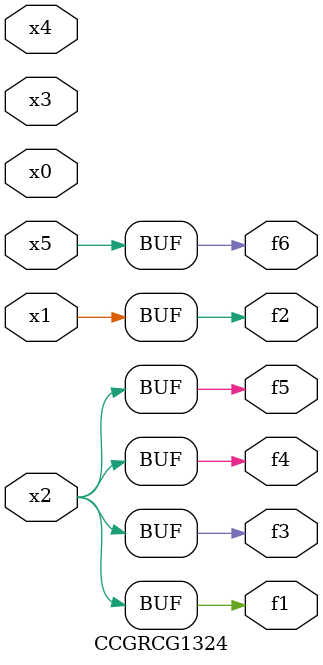
<source format=v>
module CCGRCG1324(
	input x0, x1, x2, x3, x4, x5,
	output f1, f2, f3, f4, f5, f6
);
	assign f1 = x2;
	assign f2 = x1;
	assign f3 = x2;
	assign f4 = x2;
	assign f5 = x2;
	assign f6 = x5;
endmodule

</source>
